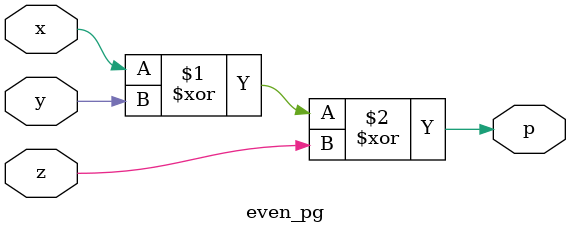
<source format=v>
module even_pg (p,x,y,z);
    output p;
    input x,y,z;
    assign p = x^y^z;
endmodule

</source>
